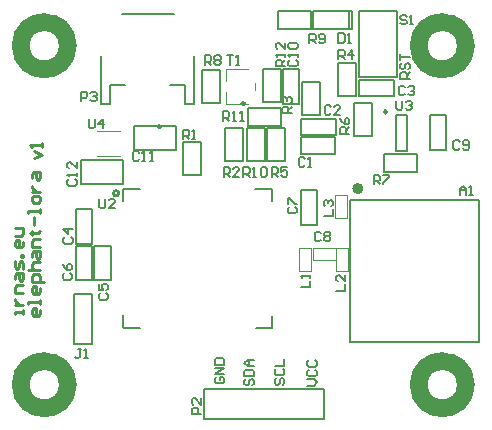
<source format=gto>
G04*
G04 #@! TF.GenerationSoftware,Altium Limited,Altium Designer,19.0.15 (446)*
G04*
G04 Layer_Color=65535*
%FSAX25Y25*%
%MOIN*%
G70*
G01*
G75*
%ADD10C,0.05906*%
%ADD11C,0.00984*%
%ADD12C,0.01000*%
%ADD13C,0.01968*%
%ADD14C,0.00787*%
%ADD15C,0.00394*%
%ADD16C,0.00709*%
%ADD17C,0.00591*%
D10*
X0739863Y3322338D02*
G03*
X0739863Y3322338I-0007874J0000000D01*
G01*
Y3209346D02*
G03*
X0739863Y3209346I-0007874J0000000D01*
G01*
X0872540Y3209346D02*
G03*
X0872540Y3209346I-0007874J0000000D01*
G01*
Y3322338D02*
G03*
X0872540Y3322338I-0007874J0000000D01*
G01*
D11*
X0770867Y3295369D02*
G03*
X0770867Y3295369I-0000492J0000000D01*
G01*
X0846162Y3300291D02*
G03*
X0846162Y3300291I-0000492J0000000D01*
G01*
X0798835Y3303007D02*
G03*
X0798835Y3303007I-0000492J0000000D01*
G01*
X0728578Y3284739D02*
X0731202Y3286051D01*
X0728578Y3287363D01*
X0731202Y3288675D02*
Y3289987D01*
Y3289331D01*
X0727266D01*
X0727922Y3288675D01*
X0730611Y3234345D02*
Y3233033D01*
X0729955Y3232377D01*
X0728643D01*
X0727987Y3233033D01*
Y3234345D01*
X0728643Y3235001D01*
X0729299D01*
Y3232377D01*
X0730611Y3236313D02*
Y3237625D01*
Y3236969D01*
X0726675D01*
Y3236313D01*
X0730611Y3241561D02*
Y3240249D01*
X0729955Y3239593D01*
X0728643D01*
X0727987Y3240249D01*
Y3241561D01*
X0728643Y3242216D01*
X0729299D01*
Y3239593D01*
X0731923Y3243528D02*
X0727987D01*
Y3245496D01*
X0728643Y3246152D01*
X0729955D01*
X0730611Y3245496D01*
Y3243528D01*
X0726675Y3247464D02*
X0730611D01*
X0728643D01*
X0727987Y3248120D01*
Y3249432D01*
X0728643Y3250088D01*
X0730611D01*
X0727987Y3252056D02*
Y3253368D01*
X0728643Y3254024D01*
X0730611D01*
Y3252056D01*
X0729955Y3251400D01*
X0729299Y3252056D01*
Y3254024D01*
X0730611Y3255336D02*
X0727987D01*
Y3257304D01*
X0728643Y3257959D01*
X0730611D01*
X0727331Y3259927D02*
X0727987D01*
Y3259271D01*
Y3260583D01*
Y3259927D01*
X0729955D01*
X0730611Y3260583D01*
X0728643Y3262551D02*
Y3265175D01*
X0730611Y3266487D02*
Y3267799D01*
Y3267143D01*
X0726675D01*
Y3266487D01*
X0730611Y3270423D02*
Y3271735D01*
X0729955Y3272391D01*
X0728643D01*
X0727987Y3271735D01*
Y3270423D01*
X0728643Y3269767D01*
X0729955D01*
X0730611Y3270423D01*
X0727987Y3273703D02*
X0730611D01*
X0729299D01*
X0728643Y3274358D01*
X0727987Y3275014D01*
Y3275670D01*
Y3278294D02*
Y3279606D01*
X0728643Y3280262D01*
X0730611D01*
Y3278294D01*
X0729955Y3277638D01*
X0729299Y3278294D01*
Y3280262D01*
X0724902Y3232771D02*
Y3234083D01*
Y3233427D01*
X0722278D01*
Y3232771D01*
Y3236051D02*
X0724902D01*
X0723590D01*
X0722934Y3236707D01*
X0722278Y3237363D01*
Y3238018D01*
X0724902Y3239986D02*
X0722278D01*
Y3241954D01*
X0722934Y3242610D01*
X0724902D01*
X0722278Y3244578D02*
Y3245890D01*
X0722934Y3246546D01*
X0724902D01*
Y3244578D01*
X0724246Y3243922D01*
X0723590Y3244578D01*
Y3246546D01*
X0724902Y3247858D02*
Y3249826D01*
X0724246Y3250482D01*
X0723590Y3249826D01*
Y3248514D01*
X0722934Y3247858D01*
X0722278Y3248514D01*
Y3250482D01*
X0724902Y3251794D02*
X0724246D01*
Y3252449D01*
X0724902D01*
Y3251794D01*
Y3257041D02*
Y3255729D01*
X0724246Y3255074D01*
X0722934D01*
X0722278Y3255729D01*
Y3257041D01*
X0722934Y3257697D01*
X0723590D01*
Y3255074D01*
X0722278Y3259009D02*
X0724246D01*
X0724902Y3259665D01*
Y3261633D01*
X0722278D01*
D12*
X0756871Y3273145D02*
G03*
X0756871Y3273145I-0000905J0000000D01*
G01*
D13*
X0837397Y3274700D02*
G03*
X0837397Y3274700I-0000880J0000000D01*
G01*
D14*
X0806351Y3283767D02*
X0812351D01*
X0806351D02*
Y3294767D01*
X0812351D01*
Y3283767D02*
Y3294767D01*
X0817768Y3299183D02*
X0823769D01*
X0817768D02*
Y3310183D01*
X0823769D01*
Y3299183D02*
Y3310183D01*
X0792178Y3283767D02*
X0798178D01*
X0792178D02*
Y3294767D01*
X0798178D01*
Y3283767D02*
Y3294767D01*
X0817673Y3297923D02*
X0829173D01*
Y3292422D02*
Y3297923D01*
X0817673Y3292422D02*
X0829173D01*
X0817673D02*
Y3297923D01*
X0817577Y3291820D02*
X0829078D01*
Y3286320D02*
Y3291820D01*
X0817577Y3286320D02*
X0829078D01*
X0817577D02*
Y3291820D01*
X0804776Y3303452D02*
X0810776D01*
X0804776D02*
Y3314452D01*
X0810776D01*
Y3303452D02*
Y3314452D01*
X0810914Y3295716D02*
Y3301716D01*
X0799914Y3295716D02*
X0810914D01*
X0799914D02*
Y3301716D01*
X0810914D01*
X0799461Y3283767D02*
X0805461D01*
X0799461D02*
Y3294767D01*
X0805461D01*
Y3283767D02*
Y3294767D01*
X0809757Y3327802D02*
Y3333802D01*
X0820757D01*
Y3327802D02*
Y3333802D01*
X0809757Y3327802D02*
X0820757D01*
X0784698Y3303255D02*
X0790698D01*
X0784698D02*
Y3314255D01*
X0790698D01*
Y3303255D02*
Y3314255D01*
X0829776Y3305421D02*
X0835776D01*
X0829776D02*
Y3316420D01*
X0835776D01*
Y3305421D02*
Y3316420D01*
X0778201Y3279178D02*
X0784201D01*
X0778201D02*
Y3290178D01*
X0784201D01*
Y3279178D02*
Y3290178D01*
X0817022Y3303005D02*
Y3314505D01*
X0811522Y3303005D02*
X0817022D01*
X0811522D02*
Y3314505D01*
X0817022D01*
X0817428Y3262651D02*
Y3274151D01*
X0822928D01*
Y3262651D02*
Y3274151D01*
X0817428Y3262651D02*
X0822928D01*
X0747928Y3244147D02*
Y3255647D01*
X0742428Y3244147D02*
X0747928D01*
X0742428D02*
Y3255647D01*
X0747928D01*
X0754227Y3244147D02*
Y3255647D01*
X0748727Y3244147D02*
X0754227D01*
X0748727D02*
Y3255647D01*
X0754227D01*
X0849627Y3311818D02*
X0849627Y3333865D01*
X0837028Y3311818D02*
X0849627D01*
X0837028D02*
Y3333865D01*
X0849627D01*
X0845190Y3280165D02*
Y3286164D01*
X0856190D01*
Y3280165D02*
Y3286164D01*
X0845190Y3280165D02*
X0856190D01*
X0835288Y3292231D02*
X0841288D01*
X0835288D02*
Y3303231D01*
X0841288D01*
Y3292231D02*
Y3303231D01*
X0860538Y3287651D02*
Y3299151D01*
X0866038D01*
Y3287651D02*
Y3299151D01*
X0860538Y3287651D02*
X0866038D01*
X0837066Y3310915D02*
X0848566D01*
Y3305415D02*
Y3310915D01*
X0837066Y3305415D02*
X0848566D01*
X0837066D02*
Y3310915D01*
X0757776Y3332968D02*
X0775099D01*
X0750887Y3303046D02*
Y3318795D01*
Y3303046D02*
X0754036D01*
Y3309346D01*
X0758957D01*
X0773918D02*
X0778839D01*
Y3303046D02*
Y3309346D01*
Y3303046D02*
X0781989D01*
Y3318795D01*
X0758327Y3270704D02*
Y3274405D01*
X0758367Y3274444D01*
X0764036D01*
X0802383Y3274405D02*
X0807776D01*
X0807894Y3274287D01*
Y3270704D02*
Y3274287D01*
X0807855Y3228460D02*
Y3232397D01*
X0807776Y3228381D02*
X0807855Y3228460D01*
X0802461Y3228381D02*
X0807776D01*
X0758524Y3228302D02*
X0764036D01*
X0758367Y3228460D02*
Y3232436D01*
Y3228460D02*
X0758524Y3228302D01*
X0742428Y3256351D02*
Y3267852D01*
X0747928D01*
Y3256351D02*
Y3267852D01*
X0742428Y3256351D02*
X0747928D01*
X0833761Y3270763D02*
X0877068D01*
X0833761Y3223519D02*
Y3270763D01*
X0877068Y3223519D02*
Y3270763D01*
X0833761Y3223519D02*
X0877068D01*
X0741784Y3239649D02*
X0747784D01*
Y3228649D02*
Y3239649D01*
X0741784Y3228649D02*
Y3239649D01*
Y3222744D02*
Y3233744D01*
Y3222744D02*
X0747784D01*
Y3233744D01*
X0853052Y3287102D02*
Y3299306D01*
X0849115Y3287102D02*
Y3299306D01*
Y3287102D02*
X0853052D01*
X0849115Y3299306D02*
X0853052D01*
X0821461Y3333802D02*
X0834461D01*
X0821461Y3327802D02*
Y3333802D01*
Y3327802D02*
X0834461D01*
X0833461D02*
Y3333802D01*
X0834461Y3327802D02*
Y3333802D01*
X0825335Y3198046D02*
Y3208046D01*
X0785335Y3198046D02*
X0825335D01*
X0785335Y3208046D02*
X0825335D01*
X0785335Y3198046D02*
Y3208046D01*
X0761997Y3295629D02*
X0775997D01*
X0761997Y3287629D02*
Y3295629D01*
Y3287629D02*
X0775997D01*
Y3295629D01*
X0744280Y3284212D02*
X0758280D01*
X0744280Y3276212D02*
Y3284212D01*
Y3276212D02*
X0758280D01*
Y3284212D01*
D15*
X0829233Y3247338D02*
X0833170D01*
Y3254818D01*
X0829233D02*
X0833170D01*
X0829233Y3247338D02*
Y3254818D01*
X0817028Y3247338D02*
X0820965D01*
Y3254818D01*
X0817028D02*
X0820965D01*
X0817028Y3247338D02*
Y3254818D01*
X0821457Y3254917D02*
X0829135D01*
Y3250783D02*
Y3254917D01*
X0821457Y3250783D02*
X0829135D01*
X0821457D02*
Y3254917D01*
X0829036Y3272535D02*
X0832973D01*
X0829036Y3265054D02*
Y3272535D01*
Y3265054D02*
X0832973D01*
Y3272535D01*
X0792516Y3310566D02*
Y3314503D01*
Y3303007D02*
Y3306944D01*
X0802265Y3307476D02*
Y3310035D01*
X0792516Y3303007D02*
X0799804D01*
X0792516Y3314503D02*
X0799804D01*
X0749509Y3285409D02*
X0757383Y3285428D01*
X0749509Y3293893D02*
X0757383D01*
D16*
X0853839Y3311314D02*
X0850691D01*
Y3312888D01*
X0851215Y3313413D01*
X0852265D01*
X0852790Y3312888D01*
Y3311314D01*
Y3312364D02*
X0853839Y3313413D01*
X0851215Y3316562D02*
X0850691Y3316037D01*
Y3314988D01*
X0851215Y3314463D01*
X0851740D01*
X0852265Y3314988D01*
Y3316037D01*
X0852790Y3316562D01*
X0853315D01*
X0853839Y3316037D01*
Y3314988D01*
X0853315Y3314463D01*
X0850691Y3317611D02*
Y3319711D01*
Y3318661D01*
X0853839D01*
X0819686Y3209056D02*
X0821785D01*
X0822835Y3210106D01*
X0821785Y3211155D01*
X0819686D01*
X0820211Y3214304D02*
X0819686Y3213779D01*
Y3212730D01*
X0820211Y3212205D01*
X0822310D01*
X0822835Y3212730D01*
Y3213779D01*
X0822310Y3214304D01*
X0820211Y3217452D02*
X0819686Y3216928D01*
Y3215878D01*
X0820211Y3215353D01*
X0822310D01*
X0822835Y3215878D01*
Y3216928D01*
X0822310Y3217452D01*
X0809384Y3211445D02*
X0808860Y3210920D01*
Y3209871D01*
X0809384Y3209346D01*
X0809909D01*
X0810434Y3209871D01*
Y3210920D01*
X0810959Y3211445D01*
X0811483D01*
X0812008Y3210920D01*
Y3209871D01*
X0811483Y3209346D01*
X0809384Y3214594D02*
X0808860Y3214069D01*
Y3213019D01*
X0809384Y3212494D01*
X0811483D01*
X0812008Y3213019D01*
Y3214069D01*
X0811483Y3214594D01*
X0808860Y3215643D02*
X0812008D01*
Y3217742D01*
X0799247Y3211248D02*
X0798722Y3210723D01*
Y3209674D01*
X0799247Y3209149D01*
X0799772D01*
X0800296Y3209674D01*
Y3210723D01*
X0800821Y3211248D01*
X0801346D01*
X0801871Y3210723D01*
Y3209674D01*
X0801346Y3209149D01*
X0798722Y3212297D02*
X0801871D01*
Y3213872D01*
X0801346Y3214397D01*
X0799247D01*
X0798722Y3213872D01*
Y3212297D01*
X0801871Y3215446D02*
X0799772D01*
X0798722Y3216496D01*
X0799772Y3217545D01*
X0801871D01*
X0800296D01*
Y3215446D01*
X0789404Y3211839D02*
X0788880Y3211314D01*
Y3210264D01*
X0789404Y3209739D01*
X0791503D01*
X0792028Y3210264D01*
Y3211314D01*
X0791503Y3211839D01*
X0790454D01*
Y3210789D01*
X0792028Y3212888D02*
X0788880D01*
X0792028Y3214987D01*
X0788880D01*
Y3216037D02*
X0792028D01*
Y3217611D01*
X0791503Y3218136D01*
X0789404D01*
X0788880Y3217611D01*
Y3216037D01*
D17*
X0807776Y3278637D02*
Y3281786D01*
X0809351D01*
X0809875Y3281261D01*
Y3280211D01*
X0809351Y3279687D01*
X0807776D01*
X0808826D02*
X0809875Y3278637D01*
X0813024Y3281786D02*
X0810925D01*
Y3280211D01*
X0811975Y3280736D01*
X0812499D01*
X0813024Y3280211D01*
Y3279162D01*
X0812499Y3278637D01*
X0811450D01*
X0810925Y3279162D01*
X0814419Y3299833D02*
X0811270D01*
Y3301407D01*
X0811795Y3301932D01*
X0812844D01*
X0813369Y3301407D01*
Y3299833D01*
Y3300883D02*
X0814419Y3301932D01*
X0811795Y3302982D02*
X0811270Y3303506D01*
Y3304556D01*
X0811795Y3305081D01*
X0812319D01*
X0812844Y3304556D01*
Y3304031D01*
Y3304556D01*
X0813369Y3305081D01*
X0813894D01*
X0814419Y3304556D01*
Y3303506D01*
X0813894Y3302982D01*
X0791831Y3278637D02*
Y3281786D01*
X0793406D01*
X0793930Y3281261D01*
Y3280211D01*
X0793406Y3279687D01*
X0791831D01*
X0792881D02*
X0793930Y3278637D01*
X0797079D02*
X0794980D01*
X0797079Y3280736D01*
Y3281261D01*
X0796554Y3281786D01*
X0795505D01*
X0794980Y3281261D01*
X0827592Y3301930D02*
X0827067Y3302455D01*
X0826018D01*
X0825493Y3301930D01*
Y3299831D01*
X0826018Y3299306D01*
X0827067D01*
X0827592Y3299831D01*
X0830741Y3299306D02*
X0828642D01*
X0830741Y3301405D01*
Y3301930D01*
X0830216Y3302455D01*
X0829166D01*
X0828642Y3301930D01*
X0818931Y3284607D02*
X0818406Y3285132D01*
X0817356D01*
X0816831Y3284607D01*
Y3282508D01*
X0817356Y3281984D01*
X0818406D01*
X0818931Y3282508D01*
X0819980Y3281984D02*
X0821030D01*
X0820505D01*
Y3285132D01*
X0819980Y3284607D01*
X0852789Y3332048D02*
X0852264Y3332573D01*
X0851215D01*
X0850690Y3332048D01*
Y3331524D01*
X0851215Y3330999D01*
X0852264D01*
X0852789Y3330474D01*
Y3329949D01*
X0852264Y3329425D01*
X0851215D01*
X0850690Y3329949D01*
X0853838Y3329425D02*
X0854888D01*
X0854363D01*
Y3332573D01*
X0853838Y3332048D01*
X0829234Y3240645D02*
X0832383D01*
Y3242744D01*
Y3245893D02*
Y3243793D01*
X0830284Y3245893D01*
X0829759D01*
X0829234Y3245368D01*
Y3244318D01*
X0829759Y3243793D01*
X0817521Y3241826D02*
X0820669D01*
Y3243925D01*
Y3244975D02*
Y3246024D01*
Y3245499D01*
X0817521D01*
X0818046Y3244975D01*
X0841831Y3276078D02*
Y3279227D01*
X0843406D01*
X0843931Y3278702D01*
Y3277652D01*
X0843406Y3277127D01*
X0841831D01*
X0842881D02*
X0843931Y3276078D01*
X0844980Y3279227D02*
X0847079D01*
Y3278702D01*
X0844980Y3276603D01*
Y3276078D01*
X0833662Y3293007D02*
X0830513D01*
Y3294581D01*
X0831038Y3295106D01*
X0832087D01*
X0832612Y3294581D01*
Y3293007D01*
Y3294057D02*
X0833662Y3295106D01*
X0830513Y3298255D02*
X0831038Y3297205D01*
X0832087Y3296156D01*
X0833137D01*
X0833662Y3296680D01*
Y3297730D01*
X0833137Y3298255D01*
X0832612D01*
X0832087Y3297730D01*
Y3296156D01*
X0870505Y3290253D02*
X0869981Y3290778D01*
X0868931D01*
X0868406Y3290253D01*
Y3288154D01*
X0868931Y3287629D01*
X0869981D01*
X0870505Y3288154D01*
X0871555D02*
X0872080Y3287629D01*
X0873129D01*
X0873654Y3288154D01*
Y3290253D01*
X0873129Y3290778D01*
X0872080D01*
X0871555Y3290253D01*
Y3289728D01*
X0872080Y3289204D01*
X0873654D01*
X0778201Y3291154D02*
Y3294303D01*
X0779776D01*
X0780301Y3293778D01*
Y3292729D01*
X0779776Y3292204D01*
X0778201D01*
X0779251D02*
X0780301Y3291154D01*
X0781350D02*
X0782400D01*
X0781875D01*
Y3294303D01*
X0781350Y3293778D01*
X0750296Y3271353D02*
Y3268729D01*
X0750821Y3268204D01*
X0751870D01*
X0752395Y3268729D01*
Y3271353D01*
X0755544Y3268204D02*
X0753445D01*
X0755544Y3270303D01*
Y3270828D01*
X0755019Y3271353D01*
X0753969D01*
X0753445Y3270828D01*
X0830020Y3317810D02*
Y3320959D01*
X0831595D01*
X0832119Y3320434D01*
Y3319385D01*
X0831595Y3318860D01*
X0830020D01*
X0831070D02*
X0832119Y3317810D01*
X0834743D02*
Y3320959D01*
X0833169Y3319385D01*
X0835268D01*
X0852198Y3308426D02*
X0851674Y3308951D01*
X0850624D01*
X0850099Y3308426D01*
Y3306327D01*
X0850624Y3305803D01*
X0851674D01*
X0852198Y3306327D01*
X0853248Y3308426D02*
X0853773Y3308951D01*
X0854822D01*
X0855347Y3308426D01*
Y3307901D01*
X0854822Y3307377D01*
X0854297D01*
X0854822D01*
X0855347Y3306852D01*
Y3306327D01*
X0854822Y3305803D01*
X0853773D01*
X0853248Y3306327D01*
X0738814Y3258492D02*
X0738289Y3257967D01*
Y3256918D01*
X0738814Y3256393D01*
X0740913D01*
X0741438Y3256918D01*
Y3257967D01*
X0740913Y3258492D01*
X0741438Y3261116D02*
X0738289D01*
X0739863Y3259541D01*
Y3261641D01*
X0813617Y3268531D02*
X0813092Y3268007D01*
Y3266957D01*
X0813617Y3266432D01*
X0815716D01*
X0816241Y3266957D01*
Y3268007D01*
X0815716Y3268531D01*
X0813092Y3269581D02*
Y3271680D01*
X0813617D01*
X0815716Y3269581D01*
X0816241D01*
X0738617Y3246484D02*
X0738092Y3245959D01*
Y3244910D01*
X0738617Y3244385D01*
X0740716D01*
X0741241Y3244910D01*
Y3245959D01*
X0740716Y3246484D01*
X0738092Y3249633D02*
X0738617Y3248583D01*
X0739667Y3247534D01*
X0740716D01*
X0741241Y3248058D01*
Y3249108D01*
X0740716Y3249633D01*
X0740191D01*
X0739667Y3249108D01*
Y3247534D01*
X0750625Y3239791D02*
X0750100Y3239267D01*
Y3238217D01*
X0750625Y3237692D01*
X0752724D01*
X0753249Y3238217D01*
Y3239267D01*
X0752724Y3239791D01*
X0750100Y3242940D02*
Y3240841D01*
X0751675D01*
X0751150Y3241890D01*
Y3242415D01*
X0751675Y3242940D01*
X0752724D01*
X0753249Y3242415D01*
Y3241365D01*
X0752724Y3240841D01*
X0870572Y3272535D02*
Y3274634D01*
X0871621Y3275683D01*
X0872671Y3274634D01*
Y3272535D01*
Y3274109D01*
X0870572D01*
X0873720Y3272535D02*
X0874770D01*
X0874245D01*
Y3275683D01*
X0873720Y3275158D01*
X0824245Y3259804D02*
X0823721Y3260329D01*
X0822671D01*
X0822146Y3259804D01*
Y3257705D01*
X0822671Y3257180D01*
X0823721D01*
X0824245Y3257705D01*
X0825295Y3259804D02*
X0825820Y3260329D01*
X0826869D01*
X0827394Y3259804D01*
Y3259279D01*
X0826869Y3258755D01*
X0827394Y3258230D01*
Y3257705D01*
X0826869Y3257180D01*
X0825820D01*
X0825295Y3257705D01*
Y3258230D01*
X0825820Y3258755D01*
X0825295Y3259279D01*
Y3259804D01*
X0825820Y3258755D02*
X0826869D01*
X0825100Y3265645D02*
X0828249D01*
Y3267744D01*
X0825625Y3268793D02*
X0825100Y3269318D01*
Y3270368D01*
X0825625Y3270893D01*
X0826150D01*
X0826674Y3270368D01*
Y3269843D01*
Y3270368D01*
X0827199Y3270893D01*
X0827724D01*
X0828249Y3270368D01*
Y3269318D01*
X0827724Y3268793D01*
X0744324Y3221353D02*
X0743275D01*
X0743799D01*
Y3218729D01*
X0743275Y3218204D01*
X0742750D01*
X0742225Y3218729D01*
X0745374Y3218204D02*
X0746423D01*
X0745898D01*
Y3221353D01*
X0745374Y3220828D01*
X0849312Y3304030D02*
Y3301406D01*
X0849837Y3300881D01*
X0850886D01*
X0851411Y3301406D01*
Y3304030D01*
X0852460Y3303505D02*
X0852985Y3304030D01*
X0854035D01*
X0854559Y3303505D01*
Y3302980D01*
X0854035Y3302456D01*
X0853510D01*
X0854035D01*
X0854559Y3301931D01*
Y3301406D01*
X0854035Y3300881D01*
X0852985D01*
X0852460Y3301406D01*
X0785532Y3315921D02*
Y3319069D01*
X0787107D01*
X0787631Y3318544D01*
Y3317495D01*
X0787107Y3316970D01*
X0785532D01*
X0786582D02*
X0787631Y3315921D01*
X0788681Y3318544D02*
X0789206Y3319069D01*
X0790255D01*
X0790780Y3318544D01*
Y3318019D01*
X0790255Y3317495D01*
X0790780Y3316970D01*
Y3316445D01*
X0790255Y3315921D01*
X0789206D01*
X0788681Y3316445D01*
Y3316970D01*
X0789206Y3317495D01*
X0788681Y3318019D01*
Y3318544D01*
X0789206Y3317495D02*
X0790255D01*
X0792816Y3319069D02*
X0794915D01*
X0793865D01*
Y3315921D01*
X0795964D02*
X0797014D01*
X0796489D01*
Y3319069D01*
X0795964Y3318544D01*
X0798327Y3278637D02*
Y3281786D01*
X0799902D01*
X0800427Y3281261D01*
Y3280211D01*
X0799902Y3279687D01*
X0798327D01*
X0799377D02*
X0800427Y3278637D01*
X0801476D02*
X0802526D01*
X0802001D01*
Y3281786D01*
X0801476Y3281261D01*
X0804100D02*
X0804625Y3281786D01*
X0805674D01*
X0806199Y3281261D01*
Y3279162D01*
X0805674Y3278637D01*
X0804625D01*
X0804100Y3279162D01*
Y3281261D01*
X0820335Y3323125D02*
Y3326274D01*
X0821910D01*
X0822435Y3325749D01*
Y3324699D01*
X0821910Y3324175D01*
X0820335D01*
X0821385D02*
X0822435Y3323125D01*
X0823484Y3323650D02*
X0824009Y3323125D01*
X0825058D01*
X0825583Y3323650D01*
Y3325749D01*
X0825058Y3326274D01*
X0824009D01*
X0823484Y3325749D01*
Y3325224D01*
X0824009Y3324699D01*
X0825583D01*
X0791635Y3297338D02*
Y3300486D01*
X0793209D01*
X0793734Y3299962D01*
Y3298912D01*
X0793209Y3298388D01*
X0791635D01*
X0792684D02*
X0793734Y3297338D01*
X0794783D02*
X0795833D01*
X0795308D01*
Y3300486D01*
X0794783Y3299962D01*
X0797407Y3297338D02*
X0798457D01*
X0797932D01*
Y3300486D01*
X0797407Y3299962D01*
X0812351Y3315448D02*
X0809202D01*
Y3317022D01*
X0809727Y3317547D01*
X0810777D01*
X0811302Y3317022D01*
Y3315448D01*
Y3316497D02*
X0812351Y3317547D01*
Y3318597D02*
Y3319646D01*
Y3319122D01*
X0809202D01*
X0809727Y3318597D01*
X0812351Y3323320D02*
Y3321220D01*
X0810252Y3323320D01*
X0809727D01*
X0809202Y3322795D01*
Y3321745D01*
X0809727Y3321220D01*
X0813814Y3317547D02*
X0813289Y3317022D01*
Y3315973D01*
X0813814Y3315448D01*
X0815913D01*
X0816438Y3315973D01*
Y3317022D01*
X0815913Y3317547D01*
X0816438Y3318597D02*
Y3319646D01*
Y3319122D01*
X0813289D01*
X0813814Y3318597D01*
Y3321220D02*
X0813289Y3321745D01*
Y3322795D01*
X0813814Y3323320D01*
X0815913D01*
X0816438Y3322795D01*
Y3321745D01*
X0815913Y3321220D01*
X0813814D01*
X0830020Y3326471D02*
Y3323322D01*
X0831595D01*
X0832119Y3323847D01*
Y3325946D01*
X0831595Y3326471D01*
X0830020D01*
X0833169Y3323322D02*
X0834219D01*
X0833694D01*
Y3326471D01*
X0833169Y3325946D01*
X0784351Y3199503D02*
X0781203D01*
Y3201078D01*
X0781727Y3201602D01*
X0782777D01*
X0783302Y3201078D01*
Y3199503D01*
X0784351Y3204751D02*
Y3202652D01*
X0782252Y3204751D01*
X0781727D01*
X0781203Y3204226D01*
Y3203176D01*
X0781727Y3202652D01*
X0746753Y3297916D02*
Y3295292D01*
X0747277Y3294767D01*
X0748327D01*
X0748852Y3295292D01*
Y3297916D01*
X0751476Y3294767D02*
Y3297916D01*
X0749901Y3296341D01*
X0752000D01*
X0744194Y3303834D02*
Y3306982D01*
X0745768D01*
X0746293Y3306458D01*
Y3305408D01*
X0745768Y3304884D01*
X0744194D01*
X0747342Y3306458D02*
X0747867Y3306982D01*
X0748917D01*
X0749441Y3306458D01*
Y3305933D01*
X0748917Y3305408D01*
X0748392D01*
X0748917D01*
X0749441Y3304884D01*
Y3304359D01*
X0748917Y3303834D01*
X0747867D01*
X0747342Y3304359D01*
X0763616Y3286576D02*
X0763091Y3287101D01*
X0762041D01*
X0761517Y3286576D01*
Y3284477D01*
X0762041Y3283952D01*
X0763091D01*
X0763616Y3284477D01*
X0764665Y3283952D02*
X0765715D01*
X0765190D01*
Y3287101D01*
X0764665Y3286576D01*
X0767289Y3283952D02*
X0768338D01*
X0767814D01*
Y3287101D01*
X0767289Y3286576D01*
X0740192Y3277784D02*
X0739667Y3277259D01*
Y3276209D01*
X0740192Y3275684D01*
X0742291D01*
X0742816Y3276209D01*
Y3277259D01*
X0742291Y3277784D01*
X0742816Y3278833D02*
Y3279882D01*
Y3279358D01*
X0739667D01*
X0740192Y3278833D01*
X0742816Y3283556D02*
Y3281457D01*
X0740717Y3283556D01*
X0740192D01*
X0739667Y3283031D01*
Y3281982D01*
X0740192Y3281457D01*
M02*

</source>
